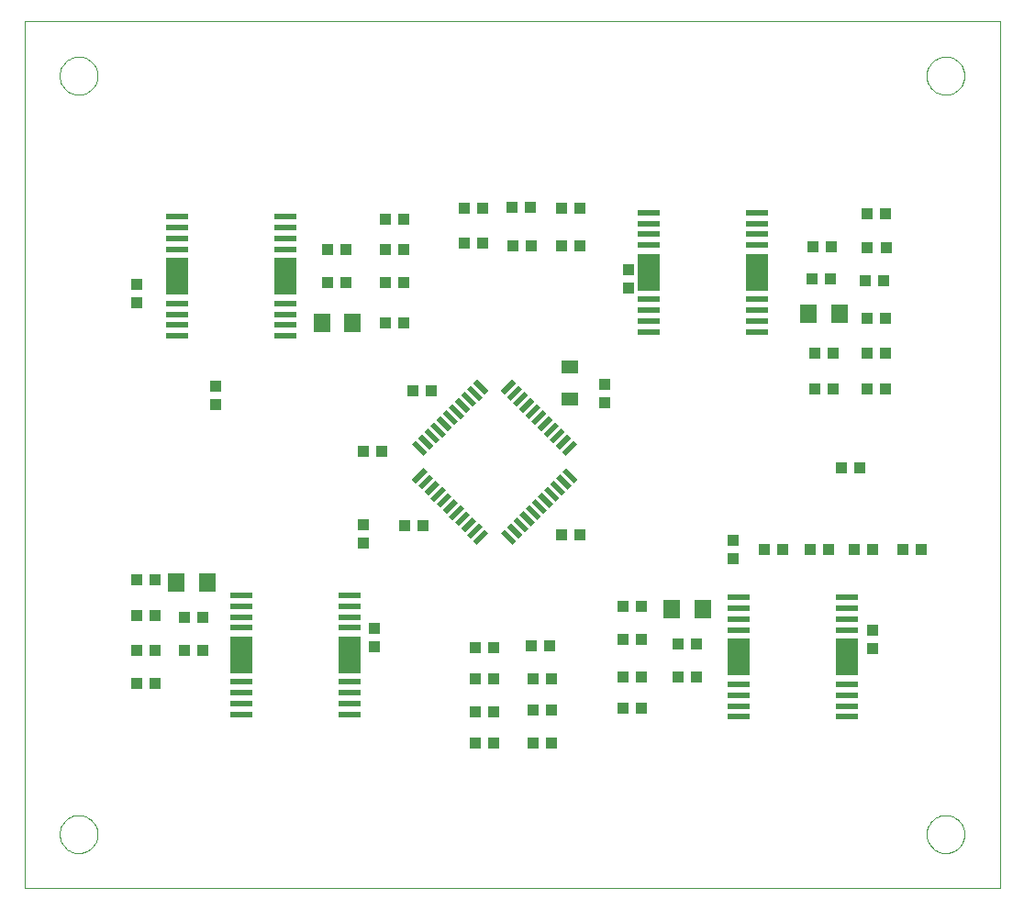
<source format=gtp>
G75*
G70*
%OFA0B0*%
%FSLAX24Y24*%
%IPPOS*%
%LPD*%
%AMOC8*
5,1,8,0,0,1.08239X$1,22.5*
%
%ADD10C,0.0000*%
%ADD11R,0.0591X0.0197*%
%ADD12R,0.0197X0.0591*%
%ADD13R,0.0394X0.0433*%
%ADD14R,0.0630X0.0472*%
%ADD15R,0.0433X0.0394*%
%ADD16R,0.0787X0.0197*%
%ADD17R,0.0787X0.1339*%
%ADD18R,0.0630X0.0710*%
D10*
X001500Y002461D02*
X001500Y033957D01*
X036933Y033957D01*
X036933Y002461D01*
X001500Y002461D01*
X002780Y004430D02*
X002782Y004482D01*
X002788Y004534D01*
X002798Y004585D01*
X002811Y004635D01*
X002829Y004685D01*
X002850Y004732D01*
X002874Y004778D01*
X002903Y004822D01*
X002934Y004864D01*
X002968Y004903D01*
X003005Y004940D01*
X003045Y004973D01*
X003088Y005004D01*
X003132Y005031D01*
X003178Y005055D01*
X003227Y005075D01*
X003276Y005091D01*
X003327Y005104D01*
X003378Y005113D01*
X003430Y005118D01*
X003482Y005119D01*
X003534Y005116D01*
X003586Y005109D01*
X003637Y005098D01*
X003687Y005084D01*
X003736Y005065D01*
X003783Y005043D01*
X003828Y005018D01*
X003872Y004989D01*
X003913Y004957D01*
X003952Y004922D01*
X003987Y004884D01*
X004020Y004843D01*
X004050Y004801D01*
X004076Y004756D01*
X004099Y004709D01*
X004118Y004660D01*
X004134Y004610D01*
X004146Y004560D01*
X004154Y004508D01*
X004158Y004456D01*
X004158Y004404D01*
X004154Y004352D01*
X004146Y004300D01*
X004134Y004250D01*
X004118Y004200D01*
X004099Y004151D01*
X004076Y004104D01*
X004050Y004059D01*
X004020Y004017D01*
X003987Y003976D01*
X003952Y003938D01*
X003913Y003903D01*
X003872Y003871D01*
X003828Y003842D01*
X003783Y003817D01*
X003736Y003795D01*
X003687Y003776D01*
X003637Y003762D01*
X003586Y003751D01*
X003534Y003744D01*
X003482Y003741D01*
X003430Y003742D01*
X003378Y003747D01*
X003327Y003756D01*
X003276Y003769D01*
X003227Y003785D01*
X003178Y003805D01*
X003132Y003829D01*
X003088Y003856D01*
X003045Y003887D01*
X003005Y003920D01*
X002968Y003957D01*
X002934Y003996D01*
X002903Y004038D01*
X002874Y004082D01*
X002850Y004128D01*
X002829Y004175D01*
X002811Y004225D01*
X002798Y004275D01*
X002788Y004326D01*
X002782Y004378D01*
X002780Y004430D01*
X002780Y031989D02*
X002782Y032041D01*
X002788Y032093D01*
X002798Y032144D01*
X002811Y032194D01*
X002829Y032244D01*
X002850Y032291D01*
X002874Y032337D01*
X002903Y032381D01*
X002934Y032423D01*
X002968Y032462D01*
X003005Y032499D01*
X003045Y032532D01*
X003088Y032563D01*
X003132Y032590D01*
X003178Y032614D01*
X003227Y032634D01*
X003276Y032650D01*
X003327Y032663D01*
X003378Y032672D01*
X003430Y032677D01*
X003482Y032678D01*
X003534Y032675D01*
X003586Y032668D01*
X003637Y032657D01*
X003687Y032643D01*
X003736Y032624D01*
X003783Y032602D01*
X003828Y032577D01*
X003872Y032548D01*
X003913Y032516D01*
X003952Y032481D01*
X003987Y032443D01*
X004020Y032402D01*
X004050Y032360D01*
X004076Y032315D01*
X004099Y032268D01*
X004118Y032219D01*
X004134Y032169D01*
X004146Y032119D01*
X004154Y032067D01*
X004158Y032015D01*
X004158Y031963D01*
X004154Y031911D01*
X004146Y031859D01*
X004134Y031809D01*
X004118Y031759D01*
X004099Y031710D01*
X004076Y031663D01*
X004050Y031618D01*
X004020Y031576D01*
X003987Y031535D01*
X003952Y031497D01*
X003913Y031462D01*
X003872Y031430D01*
X003828Y031401D01*
X003783Y031376D01*
X003736Y031354D01*
X003687Y031335D01*
X003637Y031321D01*
X003586Y031310D01*
X003534Y031303D01*
X003482Y031300D01*
X003430Y031301D01*
X003378Y031306D01*
X003327Y031315D01*
X003276Y031328D01*
X003227Y031344D01*
X003178Y031364D01*
X003132Y031388D01*
X003088Y031415D01*
X003045Y031446D01*
X003005Y031479D01*
X002968Y031516D01*
X002934Y031555D01*
X002903Y031597D01*
X002874Y031641D01*
X002850Y031687D01*
X002829Y031734D01*
X002811Y031784D01*
X002798Y031834D01*
X002788Y031885D01*
X002782Y031937D01*
X002780Y031989D01*
X034276Y031989D02*
X034278Y032041D01*
X034284Y032093D01*
X034294Y032144D01*
X034307Y032194D01*
X034325Y032244D01*
X034346Y032291D01*
X034370Y032337D01*
X034399Y032381D01*
X034430Y032423D01*
X034464Y032462D01*
X034501Y032499D01*
X034541Y032532D01*
X034584Y032563D01*
X034628Y032590D01*
X034674Y032614D01*
X034723Y032634D01*
X034772Y032650D01*
X034823Y032663D01*
X034874Y032672D01*
X034926Y032677D01*
X034978Y032678D01*
X035030Y032675D01*
X035082Y032668D01*
X035133Y032657D01*
X035183Y032643D01*
X035232Y032624D01*
X035279Y032602D01*
X035324Y032577D01*
X035368Y032548D01*
X035409Y032516D01*
X035448Y032481D01*
X035483Y032443D01*
X035516Y032402D01*
X035546Y032360D01*
X035572Y032315D01*
X035595Y032268D01*
X035614Y032219D01*
X035630Y032169D01*
X035642Y032119D01*
X035650Y032067D01*
X035654Y032015D01*
X035654Y031963D01*
X035650Y031911D01*
X035642Y031859D01*
X035630Y031809D01*
X035614Y031759D01*
X035595Y031710D01*
X035572Y031663D01*
X035546Y031618D01*
X035516Y031576D01*
X035483Y031535D01*
X035448Y031497D01*
X035409Y031462D01*
X035368Y031430D01*
X035324Y031401D01*
X035279Y031376D01*
X035232Y031354D01*
X035183Y031335D01*
X035133Y031321D01*
X035082Y031310D01*
X035030Y031303D01*
X034978Y031300D01*
X034926Y031301D01*
X034874Y031306D01*
X034823Y031315D01*
X034772Y031328D01*
X034723Y031344D01*
X034674Y031364D01*
X034628Y031388D01*
X034584Y031415D01*
X034541Y031446D01*
X034501Y031479D01*
X034464Y031516D01*
X034430Y031555D01*
X034399Y031597D01*
X034370Y031641D01*
X034346Y031687D01*
X034325Y031734D01*
X034307Y031784D01*
X034294Y031834D01*
X034284Y031885D01*
X034278Y031937D01*
X034276Y031989D01*
X034276Y004430D02*
X034278Y004482D01*
X034284Y004534D01*
X034294Y004585D01*
X034307Y004635D01*
X034325Y004685D01*
X034346Y004732D01*
X034370Y004778D01*
X034399Y004822D01*
X034430Y004864D01*
X034464Y004903D01*
X034501Y004940D01*
X034541Y004973D01*
X034584Y005004D01*
X034628Y005031D01*
X034674Y005055D01*
X034723Y005075D01*
X034772Y005091D01*
X034823Y005104D01*
X034874Y005113D01*
X034926Y005118D01*
X034978Y005119D01*
X035030Y005116D01*
X035082Y005109D01*
X035133Y005098D01*
X035183Y005084D01*
X035232Y005065D01*
X035279Y005043D01*
X035324Y005018D01*
X035368Y004989D01*
X035409Y004957D01*
X035448Y004922D01*
X035483Y004884D01*
X035516Y004843D01*
X035546Y004801D01*
X035572Y004756D01*
X035595Y004709D01*
X035614Y004660D01*
X035630Y004610D01*
X035642Y004560D01*
X035650Y004508D01*
X035654Y004456D01*
X035654Y004404D01*
X035650Y004352D01*
X035642Y004300D01*
X035630Y004250D01*
X035614Y004200D01*
X035595Y004151D01*
X035572Y004104D01*
X035546Y004059D01*
X035516Y004017D01*
X035483Y003976D01*
X035448Y003938D01*
X035409Y003903D01*
X035368Y003871D01*
X035324Y003842D01*
X035279Y003817D01*
X035232Y003795D01*
X035183Y003776D01*
X035133Y003762D01*
X035082Y003751D01*
X035030Y003744D01*
X034978Y003741D01*
X034926Y003742D01*
X034874Y003747D01*
X034823Y003756D01*
X034772Y003769D01*
X034723Y003785D01*
X034674Y003805D01*
X034628Y003829D01*
X034584Y003856D01*
X034541Y003887D01*
X034501Y003920D01*
X034464Y003957D01*
X034430Y003996D01*
X034399Y004038D01*
X034370Y004082D01*
X034346Y004128D01*
X034325Y004175D01*
X034307Y004225D01*
X034294Y004275D01*
X034284Y004326D01*
X034278Y004378D01*
X034276Y004430D01*
D11*
G36*
X021591Y018596D02*
X021175Y018180D01*
X021037Y018318D01*
X021453Y018734D01*
X021591Y018596D01*
G37*
G36*
X021368Y018819D02*
X020952Y018403D01*
X020814Y018541D01*
X021230Y018957D01*
X021368Y018819D01*
G37*
G36*
X021145Y019042D02*
X020729Y018626D01*
X020591Y018764D01*
X021007Y019180D01*
X021145Y019042D01*
G37*
G36*
X020922Y019264D02*
X020506Y018848D01*
X020368Y018986D01*
X020784Y019402D01*
X020922Y019264D01*
G37*
G36*
X020700Y019487D02*
X020284Y019071D01*
X020146Y019209D01*
X020562Y019625D01*
X020700Y019487D01*
G37*
G36*
X020477Y019710D02*
X020061Y019294D01*
X019923Y019432D01*
X020339Y019848D01*
X020477Y019710D01*
G37*
G36*
X020254Y019933D02*
X019838Y019517D01*
X019700Y019655D01*
X020116Y020071D01*
X020254Y019933D01*
G37*
G36*
X020032Y020155D02*
X019616Y019739D01*
X019478Y019877D01*
X019894Y020293D01*
X020032Y020155D01*
G37*
G36*
X019809Y020378D02*
X019393Y019962D01*
X019255Y020100D01*
X019671Y020516D01*
X019809Y020378D01*
G37*
G36*
X019586Y020601D02*
X019170Y020185D01*
X019032Y020323D01*
X019448Y020739D01*
X019586Y020601D01*
G37*
G36*
X019363Y020823D02*
X018947Y020407D01*
X018809Y020545D01*
X019225Y020961D01*
X019363Y020823D01*
G37*
G36*
X016134Y017594D02*
X015718Y017178D01*
X015580Y017316D01*
X015996Y017732D01*
X016134Y017594D01*
G37*
G36*
X016357Y017371D02*
X015941Y016955D01*
X015803Y017093D01*
X016219Y017509D01*
X016357Y017371D01*
G37*
G36*
X016580Y017149D02*
X016164Y016733D01*
X016026Y016871D01*
X016442Y017287D01*
X016580Y017149D01*
G37*
G36*
X016802Y016926D02*
X016386Y016510D01*
X016248Y016648D01*
X016664Y017064D01*
X016802Y016926D01*
G37*
G36*
X017025Y016703D02*
X016609Y016287D01*
X016471Y016425D01*
X016887Y016841D01*
X017025Y016703D01*
G37*
G36*
X017248Y016481D02*
X016832Y016065D01*
X016694Y016203D01*
X017110Y016619D01*
X017248Y016481D01*
G37*
G36*
X017470Y016258D02*
X017054Y015842D01*
X016916Y015980D01*
X017332Y016396D01*
X017470Y016258D01*
G37*
G36*
X017693Y016035D02*
X017277Y015619D01*
X017139Y015757D01*
X017555Y016173D01*
X017693Y016035D01*
G37*
G36*
X017916Y015812D02*
X017500Y015396D01*
X017362Y015534D01*
X017778Y015950D01*
X017916Y015812D01*
G37*
G36*
X018139Y015590D02*
X017723Y015174D01*
X017585Y015312D01*
X018001Y015728D01*
X018139Y015590D01*
G37*
G36*
X018361Y015367D02*
X017945Y014951D01*
X017807Y015089D01*
X018223Y015505D01*
X018361Y015367D01*
G37*
D12*
G36*
X019363Y015089D02*
X019225Y014951D01*
X018809Y015367D01*
X018947Y015505D01*
X019363Y015089D01*
G37*
G36*
X019586Y015312D02*
X019448Y015174D01*
X019032Y015590D01*
X019170Y015728D01*
X019586Y015312D01*
G37*
G36*
X019809Y015534D02*
X019671Y015396D01*
X019255Y015812D01*
X019393Y015950D01*
X019809Y015534D01*
G37*
G36*
X020032Y015757D02*
X019894Y015619D01*
X019478Y016035D01*
X019616Y016173D01*
X020032Y015757D01*
G37*
G36*
X020254Y015980D02*
X020116Y015842D01*
X019700Y016258D01*
X019838Y016396D01*
X020254Y015980D01*
G37*
G36*
X020477Y016203D02*
X020339Y016065D01*
X019923Y016481D01*
X020061Y016619D01*
X020477Y016203D01*
G37*
G36*
X020700Y016425D02*
X020562Y016287D01*
X020146Y016703D01*
X020284Y016841D01*
X020700Y016425D01*
G37*
G36*
X020922Y016648D02*
X020784Y016510D01*
X020368Y016926D01*
X020506Y017064D01*
X020922Y016648D01*
G37*
G36*
X021145Y016871D02*
X021007Y016733D01*
X020591Y017149D01*
X020729Y017287D01*
X021145Y016871D01*
G37*
G36*
X021368Y017093D02*
X021230Y016955D01*
X020814Y017371D01*
X020952Y017509D01*
X021368Y017093D01*
G37*
G36*
X021591Y017316D02*
X021453Y017178D01*
X021037Y017594D01*
X021175Y017732D01*
X021591Y017316D01*
G37*
G36*
X018139Y020323D02*
X018001Y020185D01*
X017585Y020601D01*
X017723Y020739D01*
X018139Y020323D01*
G37*
G36*
X018361Y020545D02*
X018223Y020407D01*
X017807Y020823D01*
X017945Y020961D01*
X018361Y020545D01*
G37*
G36*
X017916Y020100D02*
X017778Y019962D01*
X017362Y020378D01*
X017500Y020516D01*
X017916Y020100D01*
G37*
G36*
X017693Y019877D02*
X017555Y019739D01*
X017139Y020155D01*
X017277Y020293D01*
X017693Y019877D01*
G37*
G36*
X017470Y019655D02*
X017332Y019517D01*
X016916Y019933D01*
X017054Y020071D01*
X017470Y019655D01*
G37*
G36*
X017248Y019432D02*
X017110Y019294D01*
X016694Y019710D01*
X016832Y019848D01*
X017248Y019432D01*
G37*
G36*
X017025Y019209D02*
X016887Y019071D01*
X016471Y019487D01*
X016609Y019625D01*
X017025Y019209D01*
G37*
G36*
X016802Y018986D02*
X016664Y018848D01*
X016248Y019264D01*
X016386Y019402D01*
X016802Y018986D01*
G37*
G36*
X016580Y018764D02*
X016442Y018626D01*
X016026Y019042D01*
X016164Y019180D01*
X016580Y018764D01*
G37*
G36*
X016357Y018541D02*
X016219Y018403D01*
X015803Y018819D01*
X015941Y018957D01*
X016357Y018541D01*
G37*
G36*
X016134Y018318D02*
X015996Y018180D01*
X015580Y018596D01*
X015718Y018734D01*
X016134Y018318D01*
G37*
D13*
X014482Y018347D03*
X013812Y018347D03*
X013195Y024461D03*
X012525Y024461D03*
X012525Y025661D03*
X013195Y025661D03*
X014605Y024461D03*
X015275Y024461D03*
X017485Y025901D03*
X018155Y025901D03*
X019245Y025821D03*
X019915Y025821D03*
X021005Y025821D03*
X021675Y025821D03*
X021675Y027181D03*
X021005Y027181D03*
X019896Y027197D03*
X019227Y027197D03*
X018155Y027181D03*
X017485Y027181D03*
X023437Y024937D03*
X023437Y024268D03*
X030125Y024621D03*
X030795Y024621D03*
X030829Y025764D03*
X030159Y025764D03*
X032045Y024541D03*
X032715Y024541D03*
X032795Y021901D03*
X032125Y021901D03*
X030875Y021901D03*
X030205Y021901D03*
X030205Y020621D03*
X030875Y020621D03*
X032125Y020621D03*
X032795Y020621D03*
X032315Y014781D03*
X031645Y014781D03*
X030715Y014781D03*
X030045Y014781D03*
X029035Y014781D03*
X028365Y014781D03*
X025915Y011341D03*
X025245Y011341D03*
X025245Y010141D03*
X025915Y010141D03*
X023915Y011501D03*
X023245Y011501D03*
X020635Y010061D03*
X019965Y010061D03*
X019965Y008941D03*
X020635Y008941D03*
X020635Y007741D03*
X019965Y007741D03*
X018555Y007741D03*
X017885Y007741D03*
X017885Y008861D03*
X018555Y008861D03*
X018555Y010061D03*
X017885Y010061D03*
X014220Y011247D03*
X014220Y011916D03*
X007995Y012301D03*
X007325Y012301D03*
X006235Y012381D03*
X005565Y012381D03*
X007325Y011101D03*
X007995Y011101D03*
X005580Y023727D03*
X005580Y024396D03*
X032300Y011836D03*
X032300Y011167D03*
X033405Y014781D03*
X034075Y014781D03*
D14*
X021320Y020228D03*
X021320Y021409D03*
D15*
X022596Y020771D03*
X022596Y020102D03*
X021675Y015301D03*
X021005Y015301D03*
X023245Y012701D03*
X023915Y012701D03*
X023915Y010141D03*
X023245Y010141D03*
X023245Y009021D03*
X023915Y009021D03*
X020578Y011260D03*
X019909Y011260D03*
X018553Y011209D03*
X017883Y011209D03*
X013820Y015007D03*
X013820Y015676D03*
X015316Y015656D03*
X015985Y015656D03*
X016289Y020547D03*
X015619Y020547D03*
X015275Y023021D03*
X014605Y023021D03*
X014605Y025661D03*
X015275Y025661D03*
X015275Y026781D03*
X014605Y026781D03*
X008460Y020716D03*
X008460Y020047D03*
X006235Y013661D03*
X005565Y013661D03*
X005565Y011101D03*
X006235Y011101D03*
X006235Y009901D03*
X005565Y009901D03*
X027260Y014447D03*
X027260Y015116D03*
X031165Y017741D03*
X031835Y017741D03*
X032125Y023181D03*
X032795Y023181D03*
X032799Y025755D03*
X032130Y025755D03*
X032116Y026981D03*
X032785Y026981D03*
D16*
X028124Y027013D03*
X028124Y026619D03*
X028124Y026225D03*
X028124Y025832D03*
X028124Y023863D03*
X028124Y023470D03*
X028124Y023076D03*
X028124Y022682D03*
X024187Y022682D03*
X024187Y023076D03*
X024187Y023470D03*
X024187Y023863D03*
X024187Y025832D03*
X024187Y026225D03*
X024187Y026619D03*
X024187Y027013D03*
X010989Y026867D03*
X010989Y026473D03*
X010989Y026079D03*
X010989Y025686D03*
X010989Y023717D03*
X010989Y023323D03*
X010989Y022930D03*
X010989Y022536D03*
X007051Y022536D03*
X007051Y022930D03*
X007051Y023323D03*
X007051Y023717D03*
X007051Y025686D03*
X007051Y026079D03*
X007051Y026473D03*
X007051Y026867D03*
X009371Y013107D03*
X009371Y012713D03*
X009371Y012319D03*
X009371Y011926D03*
X009371Y009957D03*
X009371Y009563D03*
X009371Y009170D03*
X009371Y008776D03*
X013309Y008776D03*
X013309Y009170D03*
X013309Y009563D03*
X013309Y009957D03*
X013309Y011926D03*
X013309Y012319D03*
X013309Y012713D03*
X013309Y013107D03*
X027451Y013027D03*
X027451Y012633D03*
X027451Y012239D03*
X027451Y011846D03*
X027451Y009877D03*
X027451Y009483D03*
X027451Y009090D03*
X027451Y008696D03*
X031389Y008696D03*
X031389Y009090D03*
X031389Y009483D03*
X031389Y009877D03*
X031389Y011846D03*
X031389Y012239D03*
X031389Y012633D03*
X031389Y013027D03*
D17*
X031389Y010861D03*
X027451Y010861D03*
X013309Y010941D03*
X009371Y010941D03*
X010989Y024701D03*
X007051Y024701D03*
X024187Y024848D03*
X028124Y024848D03*
D18*
X029980Y023341D03*
X031100Y023341D03*
X026140Y012621D03*
X025020Y012621D03*
X013420Y023021D03*
X012300Y023021D03*
X008140Y013581D03*
X007020Y013581D03*
M02*

</source>
